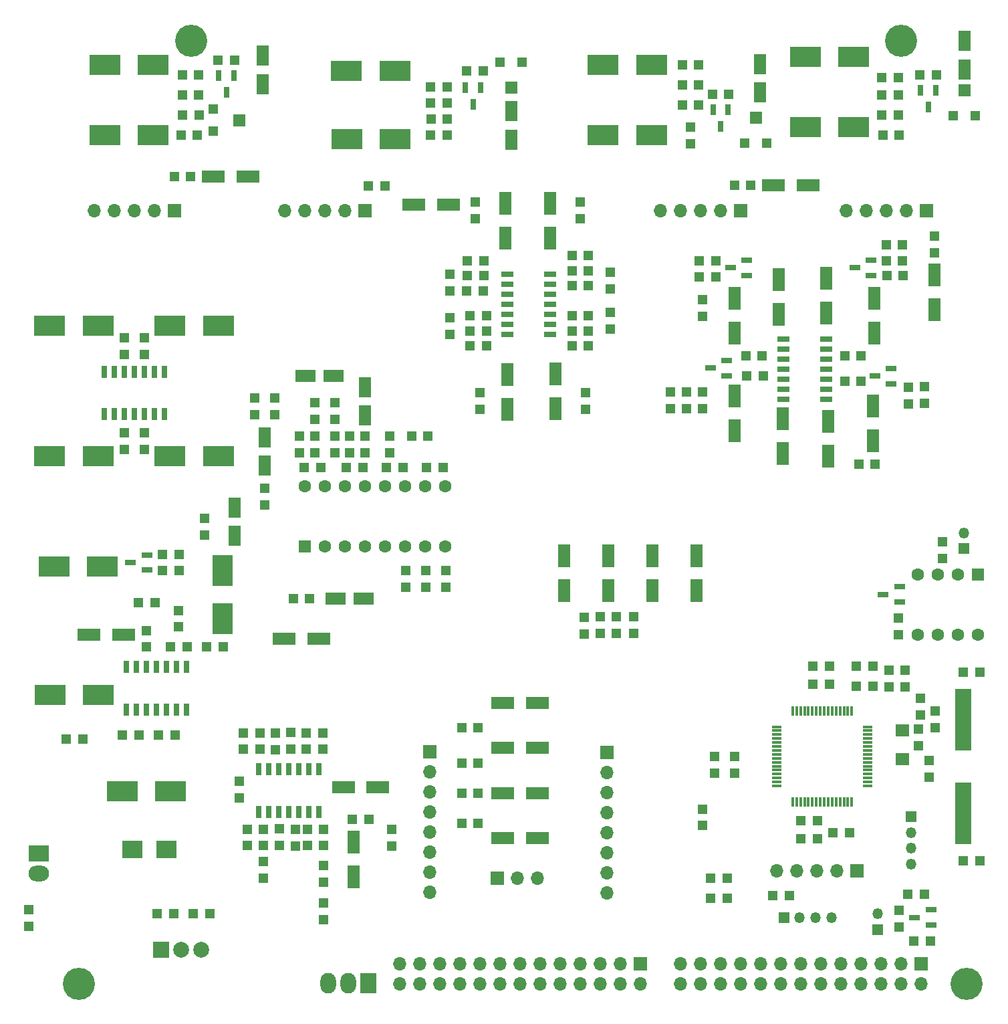
<source format=gbr>
G04 #@! TF.FileFunction,Soldermask,Top*
%FSLAX46Y46*%
G04 Gerber Fmt 4.6, Leading zero omitted, Abs format (unit mm)*
G04 Created by KiCad (PCBNEW 4.0.7) date 02/28/19 19:31:31*
%MOMM*%
%LPD*%
G01*
G04 APERTURE LIST*
%ADD10C,0.100000*%
%ADD11R,1.600000X1.600000*%
%ADD12C,1.600000*%
%ADD13C,4.064000*%
%ADD14R,1.700000X1.700000*%
%ADD15O,1.700000X1.700000*%
%ADD16R,0.300000X1.200000*%
%ADD17R,1.200000X0.300000*%
%ADD18R,1.200000X1.200000*%
%ADD19R,2.000000X7.875000*%
%ADD20R,3.000000X1.600000*%
%ADD21R,1.600000X3.000000*%
%ADD22R,4.000000X2.500000*%
%ADD23R,1.600000X2.600000*%
%ADD24R,2.600000X1.600000*%
%ADD25R,2.500000X4.000000*%
%ADD26R,2.500000X2.300000*%
%ADD27R,1.440000X0.740000*%
%ADD28R,0.740000X1.440000*%
%ADD29R,1.600000X1.500000*%
%ADD30R,1.500000X1.600000*%
%ADD31R,1.640000X0.690000*%
%ADD32R,0.690000X1.640000*%
%ADD33R,2.000000X2.000000*%
%ADD34C,2.000000*%
%ADD35R,1.800000X1.500000*%
%ADD36R,2.000000X2.600000*%
%ADD37O,2.000000X2.600000*%
%ADD38R,2.600000X2.000000*%
%ADD39O,2.600000X2.000000*%
%ADD40R,1.350000X1.350000*%
%ADD41O,1.350000X1.350000*%
G04 APERTURE END LIST*
D10*
D11*
X141795500Y-92964000D03*
D12*
X139255500Y-92964000D03*
X136715500Y-92964000D03*
X134175500Y-92964000D03*
X134175500Y-100584000D03*
X136715500Y-100584000D03*
X139255500Y-100584000D03*
X141795500Y-100584000D03*
D13*
X42164000Y-25400000D03*
X132080000Y-25400000D03*
X140335000Y-144780000D03*
D14*
X134620000Y-142240000D03*
D15*
X134620000Y-144780000D03*
X132080000Y-142240000D03*
X132080000Y-144780000D03*
X129540000Y-142240000D03*
X129540000Y-144780000D03*
X127000000Y-142240000D03*
X127000000Y-144780000D03*
X124460000Y-142240000D03*
X124460000Y-144780000D03*
X121920000Y-142240000D03*
X121920000Y-144780000D03*
X119380000Y-142240000D03*
X119380000Y-144780000D03*
X116840000Y-142240000D03*
X116840000Y-144780000D03*
X114300000Y-142240000D03*
X114300000Y-144780000D03*
X111760000Y-142240000D03*
X111760000Y-144780000D03*
X109220000Y-142240000D03*
X109220000Y-144780000D03*
X106680000Y-142240000D03*
X106680000Y-144780000D03*
X104140000Y-142240000D03*
X104140000Y-144780000D03*
D16*
X118346500Y-121766000D03*
D17*
X116346500Y-112266000D03*
X116346500Y-112766000D03*
X116346500Y-113266000D03*
X116346500Y-113766000D03*
X116346500Y-114266000D03*
X116346500Y-114766000D03*
X116346500Y-115266000D03*
X116346500Y-115766000D03*
X116346500Y-116266000D03*
X116346500Y-116766000D03*
X116346500Y-117266000D03*
X116346500Y-117766000D03*
X116346500Y-118266000D03*
X116346500Y-118766000D03*
X116346500Y-119266000D03*
X116346500Y-119766000D03*
D16*
X118846500Y-121766000D03*
X119346500Y-121766000D03*
X119846500Y-121766000D03*
X120346500Y-121766000D03*
X120846500Y-121766000D03*
X121346500Y-121766000D03*
X121846500Y-121766000D03*
X122346500Y-121766000D03*
X122846500Y-121766000D03*
X123346500Y-121766000D03*
X123846500Y-121766000D03*
X124346500Y-121766000D03*
X124846500Y-121766000D03*
X125346500Y-121766000D03*
X125846500Y-121766000D03*
D17*
X127846500Y-119766000D03*
X127846500Y-119266000D03*
X127846500Y-118766000D03*
X127846500Y-118266000D03*
X127846500Y-117766000D03*
X127846500Y-117266000D03*
X127846500Y-116766000D03*
X127846500Y-116266000D03*
X127846500Y-115766000D03*
X127846500Y-115266000D03*
X127846500Y-114766000D03*
X127846500Y-114266000D03*
X127846500Y-113766000D03*
X127846500Y-113266000D03*
X127846500Y-112766000D03*
X127846500Y-112266000D03*
D16*
X125846500Y-110266000D03*
X125346500Y-110266000D03*
X124846500Y-110266000D03*
X124346500Y-110266000D03*
X123846500Y-110266000D03*
X123346500Y-110266000D03*
X122846500Y-110266000D03*
X122346500Y-110266000D03*
X121846500Y-110266000D03*
X121346500Y-110266000D03*
X120846500Y-110266000D03*
X120346500Y-110266000D03*
X119846500Y-110266000D03*
X119346500Y-110266000D03*
X118846500Y-110266000D03*
X118346500Y-110266000D03*
D18*
X111012500Y-116026000D03*
X111012500Y-118126000D03*
X120918500Y-106916000D03*
X123018500Y-106916000D03*
X128538500Y-107170000D03*
X126438500Y-107170000D03*
X108472500Y-116060000D03*
X108472500Y-118160000D03*
D19*
X139968500Y-123267500D03*
X139968500Y-111392500D03*
D18*
X142034500Y-129268000D03*
X139934500Y-129268000D03*
X142034500Y-105392000D03*
X139934500Y-105392000D03*
X135650500Y-118634000D03*
X135650500Y-116534000D03*
D14*
X126506500Y-130538000D03*
D15*
X123966500Y-130538000D03*
X121426500Y-130538000D03*
X118886500Y-130538000D03*
X116346500Y-130538000D03*
D18*
X119360500Y-124188000D03*
X121460500Y-124188000D03*
X123424500Y-125666500D03*
X125524500Y-125666500D03*
X119360500Y-126474000D03*
X121460500Y-126474000D03*
X128538500Y-104630000D03*
X126438500Y-104630000D03*
X120918500Y-104630000D03*
X123018500Y-104630000D03*
D20*
X44931500Y-42654000D03*
X49331500Y-42654000D03*
X70331500Y-46210000D03*
X74731500Y-46210000D03*
X115910000Y-43688000D03*
X120310000Y-43688000D03*
D21*
X136289000Y-55091500D03*
X136289000Y-59491500D03*
D18*
X77470000Y-62166500D03*
X79570000Y-62166500D03*
X77105800Y-55181500D03*
X79205800Y-55181500D03*
X92490000Y-54546500D03*
X90390000Y-54546500D03*
X92490000Y-62166500D03*
X90390000Y-62166500D03*
X77470000Y-64071500D03*
X79570000Y-64071500D03*
X77105800Y-53276500D03*
X79205800Y-53276500D03*
X92490000Y-52641500D03*
X90390000Y-52641500D03*
X92490000Y-64071500D03*
X90390000Y-64071500D03*
D21*
X82245200Y-67662700D03*
X82245200Y-72062700D03*
X81915000Y-50396500D03*
X81915000Y-45996500D03*
X87630000Y-50396500D03*
X87630000Y-45996500D03*
X88265000Y-67586500D03*
X88265000Y-71986500D03*
D22*
X39577000Y-120441500D03*
X33477000Y-120441500D03*
D18*
X39930000Y-135904500D03*
X37830000Y-135904500D03*
X42436000Y-135904500D03*
X44536000Y-135904500D03*
D23*
X140081000Y-29041500D03*
X140081000Y-25441500D03*
X82677000Y-34353500D03*
X82677000Y-37953500D03*
X114173000Y-31962500D03*
X114173000Y-28362500D03*
X51181000Y-30924500D03*
X51181000Y-27324500D03*
D22*
X126085506Y-27432000D03*
X119985506Y-27432000D03*
X126085506Y-36322000D03*
X119985506Y-36322000D03*
X100459000Y-28511500D03*
X94359000Y-28511500D03*
X100459000Y-37401500D03*
X94359000Y-37401500D03*
X37340000Y-37401500D03*
X31240000Y-37401500D03*
X37340000Y-28511500D03*
X31240000Y-28511500D03*
X67947000Y-29273500D03*
X61847000Y-29273500D03*
X67949000Y-37909500D03*
X61849000Y-37909500D03*
D18*
X130175000Y-53276500D03*
X132275000Y-53276500D03*
X132969000Y-69278500D03*
X132969000Y-71378500D03*
X102870000Y-69879500D03*
X102870000Y-71979500D03*
X106519000Y-55308500D03*
X108619000Y-55308500D03*
D21*
X128651000Y-62461500D03*
X128651000Y-58061500D03*
X128524000Y-71691500D03*
X128524000Y-76091500D03*
X110998000Y-70421500D03*
X110998000Y-74821500D03*
X110998000Y-62461500D03*
X110998000Y-58061500D03*
X122555000Y-59921500D03*
X122555000Y-55521500D03*
X122809000Y-73596500D03*
X122809000Y-77996500D03*
X117094000Y-73301500D03*
X117094000Y-77701500D03*
X116586000Y-60089500D03*
X116586000Y-55689500D03*
D20*
X81620000Y-109220000D03*
X86020000Y-109220000D03*
X81620000Y-114935000D03*
X86020000Y-114935000D03*
X81620000Y-120650000D03*
X86020000Y-120650000D03*
X81620000Y-126365000D03*
X86020000Y-126365000D03*
D18*
X56701000Y-113093500D03*
X58801000Y-113093500D03*
X57184000Y-96075500D03*
X55084000Y-96075500D03*
D20*
X53934000Y-101155500D03*
X58334000Y-101155500D03*
D18*
X71882000Y-94585500D03*
X71882000Y-92485500D03*
D20*
X61427000Y-119951500D03*
X65827000Y-119951500D03*
D24*
X60430000Y-96075500D03*
X64030000Y-96075500D03*
D18*
X74422000Y-94585500D03*
X74422000Y-92485500D03*
X58581000Y-79438500D03*
X56481000Y-79438500D03*
X63915000Y-79438500D03*
X61815000Y-79438500D03*
X68995000Y-79438500D03*
X66895000Y-79438500D03*
X74075000Y-79438500D03*
X71975000Y-79438500D03*
X52705000Y-70641500D03*
X52705000Y-72741500D03*
X72170000Y-75501500D03*
X70070000Y-75501500D03*
X50868000Y-113093500D03*
X48768000Y-113093500D03*
X51342000Y-127317500D03*
X49242000Y-127317500D03*
D23*
X51435000Y-75606500D03*
X51435000Y-79206500D03*
D18*
X60325000Y-71276500D03*
X60325000Y-73376500D03*
D23*
X47625000Y-84496500D03*
X47625000Y-88096500D03*
X64135000Y-72856500D03*
X64135000Y-69256500D03*
D24*
X56620000Y-67881500D03*
X60220000Y-67881500D03*
D18*
X56862000Y-127317500D03*
X58962000Y-127317500D03*
D21*
X62738000Y-126895500D03*
X62738000Y-131295500D03*
D25*
X46179000Y-98599500D03*
X46179000Y-92499500D03*
D22*
X30941000Y-91993500D03*
X24841000Y-91993500D03*
D20*
X33647000Y-100629500D03*
X29247000Y-100629500D03*
D22*
X30433000Y-108249500D03*
X24333000Y-108249500D03*
X39495000Y-61531500D03*
X45595000Y-61531500D03*
X30355000Y-78041500D03*
X24255000Y-78041500D03*
X30355000Y-61531500D03*
X24255000Y-61531500D03*
X39495000Y-78041500D03*
X45595000Y-78041500D03*
D21*
X106186500Y-95019000D03*
X106186500Y-90619000D03*
X100598500Y-95019000D03*
X100598500Y-90619000D03*
X95010500Y-95019000D03*
X95010500Y-90619000D03*
X89408000Y-95037000D03*
X89408000Y-90637000D03*
D26*
X38998000Y-127776500D03*
X34698000Y-127776500D03*
D27*
X34461000Y-91485500D03*
X36561000Y-90535500D03*
X36561000Y-92435500D03*
D28*
X135509000Y-33845500D03*
X134559000Y-31745500D03*
X136459000Y-31745500D03*
X77851000Y-33498500D03*
X76901000Y-31398500D03*
X78801000Y-31398500D03*
X109220000Y-36292500D03*
X108270000Y-34192500D03*
X110170000Y-34192500D03*
X46609000Y-31974500D03*
X45659000Y-29874500D03*
X47559000Y-29874500D03*
D27*
X126204000Y-54165500D03*
X128304000Y-53215500D03*
X128304000Y-55115500D03*
X128744000Y-67881500D03*
X130844000Y-66931500D03*
X130844000Y-68831500D03*
X107916000Y-66865500D03*
X110016000Y-65915500D03*
X110016000Y-67815500D03*
X110456000Y-54165500D03*
X112556000Y-53215500D03*
X112556000Y-55115500D03*
D18*
X42119500Y-42654000D03*
X40019500Y-42654000D03*
X66675000Y-43815000D03*
X64575000Y-43815000D03*
X113064000Y-43688000D03*
X110964000Y-43688000D03*
X136289000Y-52279500D03*
X136289000Y-50179500D03*
X74930000Y-62581500D03*
X74930000Y-60481500D03*
X74930000Y-54986500D03*
X74930000Y-57086500D03*
X95250000Y-54766500D03*
X95250000Y-56866500D03*
X95250000Y-61946500D03*
X95250000Y-59846500D03*
X79570000Y-60261500D03*
X77470000Y-60261500D03*
X79155000Y-57086500D03*
X77055000Y-57086500D03*
X90390000Y-56451500D03*
X92490000Y-56451500D03*
X90390000Y-60261500D03*
X92490000Y-60261500D03*
X78740000Y-70006500D03*
X78740000Y-72106500D03*
X78105000Y-47976500D03*
X78105000Y-45876500D03*
X91440000Y-47976500D03*
X91440000Y-45876500D03*
X92075000Y-70006500D03*
X92075000Y-72106500D03*
X38017000Y-113329500D03*
X40117000Y-113329500D03*
X33445000Y-113329500D03*
X35545000Y-113329500D03*
X136559000Y-29781500D03*
X134459000Y-29781500D03*
X79121000Y-29273500D03*
X77021000Y-29273500D03*
X110270000Y-32194500D03*
X108170000Y-32194500D03*
X47659000Y-27876500D03*
X45559000Y-27876500D03*
X104360000Y-28511500D03*
X106460000Y-28511500D03*
X41021000Y-29781500D03*
X43121000Y-29781500D03*
X129639506Y-30068132D03*
X131739506Y-30068132D03*
X72483000Y-31305500D03*
X74583000Y-31305500D03*
X129639506Y-32321500D03*
X131739506Y-32321500D03*
X129639506Y-34861500D03*
X131739506Y-34861500D03*
X72483000Y-33337500D03*
X74583000Y-33337500D03*
X72517000Y-35369500D03*
X74617000Y-35369500D03*
X104360000Y-31051500D03*
X106460000Y-31051500D03*
X104360000Y-33591500D03*
X106460000Y-33591500D03*
X41080000Y-34861500D03*
X43180000Y-34861500D03*
X41021000Y-32321500D03*
X43121000Y-32321500D03*
X132368000Y-55181500D03*
X130268000Y-55181500D03*
X126712000Y-79057500D03*
X128812000Y-79057500D03*
X106934000Y-71979500D03*
X106934000Y-69879500D03*
X106934000Y-60295500D03*
X106934000Y-58195500D03*
X129760000Y-37401500D03*
X131860000Y-37401500D03*
X74583000Y-37401500D03*
X72483000Y-37401500D03*
X105410000Y-36351500D03*
X105410000Y-38451500D03*
X40860000Y-37401500D03*
X42960000Y-37401500D03*
X132275000Y-51244500D03*
X130175000Y-51244500D03*
X135001000Y-71310500D03*
X135001000Y-69210500D03*
X104902000Y-71979500D03*
X104902000Y-69879500D03*
X108585000Y-53276500D03*
X106485000Y-53276500D03*
X127034000Y-68516500D03*
X124934000Y-68516500D03*
X112522000Y-67881500D03*
X114622000Y-67881500D03*
X112395000Y-65341500D03*
X114495000Y-65341500D03*
X127034000Y-65341500D03*
X124934000Y-65341500D03*
X78520000Y-112395000D03*
X76420000Y-112395000D03*
X78520000Y-116840000D03*
X76420000Y-116840000D03*
X78520000Y-120650000D03*
X76420000Y-120650000D03*
X78520000Y-124460000D03*
X76420000Y-124460000D03*
X54737000Y-113025500D03*
X54737000Y-115125500D03*
X56735000Y-115125500D03*
X58835000Y-115125500D03*
X69342000Y-94585500D03*
X69342000Y-92485500D03*
X64677000Y-124015500D03*
X62577000Y-124015500D03*
X48260000Y-121255500D03*
X48260000Y-119155500D03*
X51308000Y-131415500D03*
X51308000Y-129315500D03*
X52832000Y-113059500D03*
X52832000Y-115159500D03*
X53340000Y-127317500D03*
X53340000Y-125217500D03*
X55880000Y-77567500D03*
X55880000Y-75467500D03*
X57785000Y-77567500D03*
X57785000Y-75467500D03*
X62230000Y-77567500D03*
X62230000Y-75467500D03*
X64135000Y-77567500D03*
X64135000Y-75467500D03*
X67310000Y-77567500D03*
X67310000Y-75467500D03*
X50868000Y-115125500D03*
X48768000Y-115125500D03*
X51342000Y-125285500D03*
X49242000Y-125285500D03*
X50165000Y-72741500D03*
X50165000Y-70641500D03*
X60325000Y-77567500D03*
X60325000Y-75467500D03*
X43815000Y-87981500D03*
X43815000Y-85881500D03*
X51435000Y-84171500D03*
X51435000Y-82071500D03*
X58928000Y-131957500D03*
X58928000Y-129857500D03*
X58928000Y-136652000D03*
X58928000Y-134552000D03*
X55372000Y-127351500D03*
X55372000Y-125251500D03*
X57785000Y-71276500D03*
X57785000Y-73376500D03*
X56862000Y-125285500D03*
X58962000Y-125285500D03*
X67564000Y-127351500D03*
X67564000Y-125251500D03*
X40591000Y-97547500D03*
X40591000Y-99647500D03*
X39541000Y-102153500D03*
X41641000Y-102153500D03*
X46213000Y-102153500D03*
X44113000Y-102153500D03*
X37611000Y-96565500D03*
X35511000Y-96565500D03*
X40659000Y-92501500D03*
X38559000Y-92501500D03*
X40625000Y-90469500D03*
X38525000Y-90469500D03*
X36527000Y-100087500D03*
X36527000Y-102187500D03*
X26333000Y-113837500D03*
X28433000Y-113837500D03*
X33655000Y-77186500D03*
X33655000Y-75086500D03*
X36195000Y-77186500D03*
X36195000Y-75086500D03*
X33655000Y-63021500D03*
X33655000Y-65121500D03*
X36195000Y-63021500D03*
X36195000Y-65121500D03*
X21590000Y-137511500D03*
X21590000Y-135411500D03*
X132602500Y-107204000D03*
X132602500Y-105104000D03*
X98185500Y-100473000D03*
X98185500Y-98373000D03*
X96026500Y-100439000D03*
X96026500Y-98339000D03*
X93994500Y-100439000D03*
X93994500Y-98339000D03*
X91962500Y-100507000D03*
X91962500Y-98407000D03*
X138681000Y-34957500D03*
X141481000Y-34957500D03*
D29*
X140081000Y-31717500D03*
D18*
X84077000Y-28161500D03*
X81277000Y-28161500D03*
D29*
X82677000Y-31401500D03*
D18*
X112265000Y-38386500D03*
X115065000Y-38386500D03*
D29*
X113665000Y-35146500D03*
D18*
X44989000Y-34096500D03*
X44989000Y-36896500D03*
D30*
X48229000Y-35496500D03*
D31*
X82219800Y-54978300D03*
X82219800Y-56248300D03*
X82219800Y-57518300D03*
X82219800Y-58788300D03*
X82219800Y-60058300D03*
X82219800Y-61328300D03*
X82219800Y-62598300D03*
X87619800Y-62598300D03*
X87619800Y-61328300D03*
X87619800Y-60058300D03*
X87619800Y-58788300D03*
X87619800Y-57518300D03*
X87619800Y-56248300D03*
X87619800Y-54978300D03*
X122555000Y-70802500D03*
X122555000Y-69532500D03*
X122555000Y-68262500D03*
X122555000Y-66992500D03*
X122555000Y-65722500D03*
X122555000Y-64452500D03*
X122555000Y-63182500D03*
X117155000Y-63182500D03*
X117155000Y-64452500D03*
X117155000Y-65722500D03*
X117155000Y-66992500D03*
X117155000Y-68262500D03*
X117155000Y-69532500D03*
X117155000Y-70802500D03*
D32*
X58293000Y-117665500D03*
X57023000Y-117665500D03*
X55753000Y-117665500D03*
X54483000Y-117665500D03*
X53213000Y-117665500D03*
X51943000Y-117665500D03*
X50673000Y-117665500D03*
X50673000Y-123065500D03*
X51943000Y-123065500D03*
X53213000Y-123065500D03*
X54483000Y-123065500D03*
X55753000Y-123065500D03*
X57023000Y-123065500D03*
X58293000Y-123065500D03*
X41607000Y-104693500D03*
X40337000Y-104693500D03*
X39067000Y-104693500D03*
X37797000Y-104693500D03*
X36527000Y-104693500D03*
X35257000Y-104693500D03*
X33987000Y-104693500D03*
X33987000Y-110093500D03*
X35257000Y-110093500D03*
X36527000Y-110093500D03*
X37797000Y-110093500D03*
X39067000Y-110093500D03*
X40337000Y-110093500D03*
X41607000Y-110093500D03*
X31115000Y-72707500D03*
X32385000Y-72707500D03*
X33655000Y-72707500D03*
X34925000Y-72707500D03*
X36195000Y-72707500D03*
X37465000Y-72707500D03*
X38735000Y-72707500D03*
X38735000Y-67307500D03*
X37465000Y-67307500D03*
X36195000Y-67307500D03*
X34925000Y-67307500D03*
X33655000Y-67307500D03*
X32385000Y-67307500D03*
X31115000Y-67307500D03*
D33*
X38372000Y-140476500D03*
D34*
X40912000Y-140476500D03*
X43452000Y-140476500D03*
D11*
X56515000Y-89471500D03*
D12*
X59055000Y-89471500D03*
X61595000Y-89471500D03*
X64135000Y-89471500D03*
X66675000Y-89471500D03*
X69215000Y-89471500D03*
X71755000Y-89471500D03*
X71755000Y-81851500D03*
X69215000Y-81851500D03*
X66675000Y-81851500D03*
X64135000Y-81851500D03*
X61595000Y-81851500D03*
X59055000Y-81851500D03*
X56515000Y-81851500D03*
X74295000Y-89471500D03*
X74295000Y-81851500D03*
D18*
X130570500Y-105104000D03*
X130570500Y-107204000D03*
D14*
X94805500Y-115506500D03*
D15*
X94805500Y-118046500D03*
X94805500Y-120586500D03*
X94805500Y-123126500D03*
X94805500Y-125666500D03*
X94805500Y-128206500D03*
X94805500Y-130746500D03*
X94805500Y-133286500D03*
D14*
X80899000Y-131445000D03*
D15*
X83439000Y-131445000D03*
X85979000Y-131445000D03*
D14*
X40005000Y-46926500D03*
D15*
X37465000Y-46926500D03*
X34925000Y-46926500D03*
X32385000Y-46926500D03*
X29845000Y-46926500D03*
D14*
X64135000Y-46926500D03*
D15*
X61595000Y-46926500D03*
X59055000Y-46926500D03*
X56515000Y-46926500D03*
X53975000Y-46926500D03*
D14*
X111760000Y-46926500D03*
D15*
X109220000Y-46926500D03*
X106680000Y-46926500D03*
X104140000Y-46926500D03*
X101600000Y-46926500D03*
D14*
X135255000Y-46926500D03*
D15*
X132715000Y-46926500D03*
X130175000Y-46926500D03*
X127635000Y-46926500D03*
X125095000Y-46926500D03*
D14*
X72390000Y-115443000D03*
D15*
X72390000Y-117983000D03*
X72390000Y-120523000D03*
X72390000Y-123063000D03*
X72390000Y-125603000D03*
X72390000Y-128143000D03*
X72390000Y-130683000D03*
X72390000Y-133223000D03*
D18*
X107950000Y-131445000D03*
X110050000Y-131445000D03*
X107950000Y-133985000D03*
X110050000Y-133985000D03*
X134493000Y-108707500D03*
X134493000Y-110807500D03*
X136398000Y-110295000D03*
X136398000Y-112395000D03*
X134302500Y-112581000D03*
X134302500Y-114681000D03*
D35*
X132207000Y-112732000D03*
X132207000Y-116332000D03*
D14*
X99060000Y-142240000D03*
D15*
X99060000Y-144780000D03*
X96520000Y-142240000D03*
X96520000Y-144780000D03*
X93980000Y-142240000D03*
X93980000Y-144780000D03*
X91440000Y-142240000D03*
X91440000Y-144780000D03*
X88900000Y-142240000D03*
X88900000Y-144780000D03*
X86360000Y-142240000D03*
X86360000Y-144780000D03*
X83820000Y-142240000D03*
X83820000Y-144780000D03*
X81280000Y-142240000D03*
X81280000Y-144780000D03*
X78740000Y-142240000D03*
X78740000Y-144780000D03*
X76200000Y-142240000D03*
X76200000Y-144780000D03*
X73660000Y-142240000D03*
X73660000Y-144780000D03*
X71120000Y-142240000D03*
X71120000Y-144780000D03*
X68580000Y-142240000D03*
X68580000Y-144780000D03*
D13*
X27940000Y-144780000D03*
D36*
X64617600Y-144729200D03*
D37*
X62077600Y-144729200D03*
X59537600Y-144729200D03*
D38*
X22860000Y-128270000D03*
D39*
X22860000Y-130810000D03*
D27*
X129794000Y-95504000D03*
X131894000Y-94554000D03*
X131894000Y-96454000D03*
X133790000Y-136395500D03*
X135890000Y-135445500D03*
X135890000Y-137345500D03*
D18*
X137287000Y-88832000D03*
X137287000Y-90932000D03*
X131762500Y-98488500D03*
X131762500Y-100588500D03*
X132901000Y-133477000D03*
X135001000Y-133477000D03*
X135826500Y-139382500D03*
X133726500Y-139382500D03*
X131826000Y-137604500D03*
X131826000Y-135504500D03*
D40*
X117246900Y-136423400D03*
D41*
X119246900Y-136423400D03*
X121246900Y-136423400D03*
X123246900Y-136423400D03*
D40*
X133375400Y-123659900D03*
D41*
X133375400Y-125659900D03*
X133375400Y-127659900D03*
X133375400Y-129659900D03*
D40*
X140030200Y-89738200D03*
D41*
X140030200Y-87738200D03*
D40*
X129146300Y-137960100D03*
D41*
X129146300Y-135960100D03*
D18*
X106934000Y-122682000D03*
X106934000Y-124782000D03*
X117924000Y-133604000D03*
X115824000Y-133604000D03*
M02*

</source>
